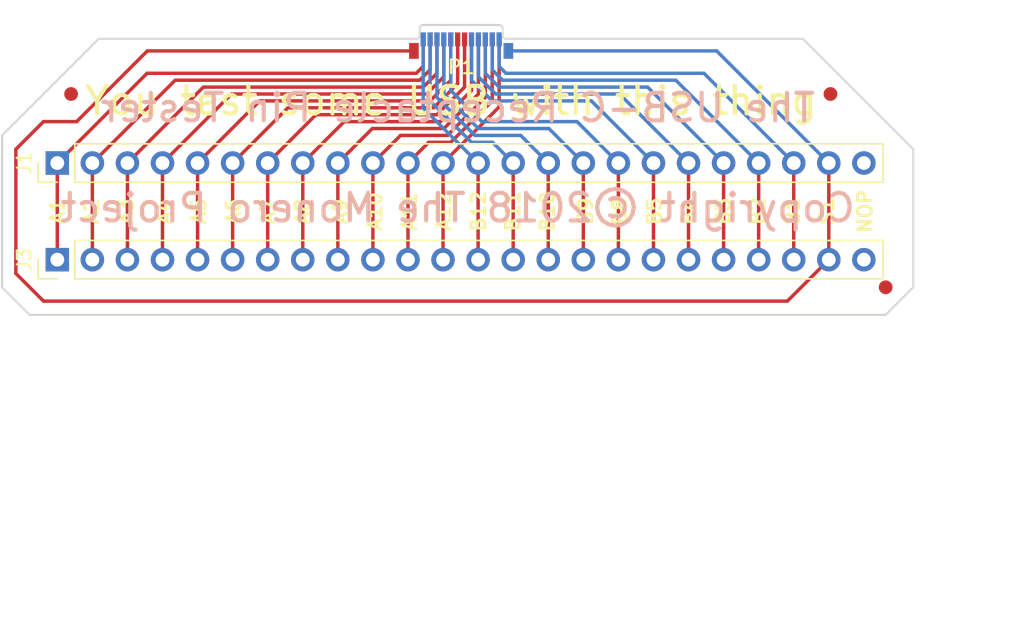
<source format=kicad_pcb>
(kicad_pcb (version 4) (host pcbnew 4.0.6+dfsg1-1)

  (general
    (links 47)
    (no_connects 0)
    (area 50.542855 77.165 154.457145 122.100001)
    (thickness 1.6)
    (drawings 50)
    (tracks 117)
    (zones 0)
    (modules 6)
    (nets 30)
  )

  (page A4)
  (title_block
    (title "USB-C Receptacle Tester")
    (date 2018-09-10)
    (rev 0.7)
    (company "The Monero Project Hardware Team")
    (comment 1 "Copyright © 2018, The Monero Project")
    (comment 2 "Enabling testing of USB-C hardware")
    (comment 3 "Pending quality assurance testing")
    (comment 4 "Warning, untested prototype!")
  )

  (layers
    (0 F.Cu signal)
    (31 B.Cu signal)
    (32 B.Adhes user)
    (33 F.Adhes user)
    (34 B.Paste user)
    (35 F.Paste user)
    (36 B.SilkS user)
    (37 F.SilkS user)
    (38 B.Mask user)
    (39 F.Mask user)
    (40 Dwgs.User user)
    (41 Cmts.User user)
    (42 Eco1.User user)
    (43 Eco2.User user)
    (44 Edge.Cuts user)
    (45 Margin user)
    (46 B.CrtYd user)
    (47 F.CrtYd user)
    (48 B.Fab user)
    (49 F.Fab user)
  )

  (setup
    (last_trace_width 0.25)
    (trace_clearance 0.1)
    (zone_clearance 0.508)
    (zone_45_only no)
    (trace_min 0.2)
    (segment_width 0.2)
    (edge_width 0.15)
    (via_size 0.6)
    (via_drill 0.4)
    (via_min_size 0.4)
    (via_min_drill 0.3)
    (uvia_size 0.3)
    (uvia_drill 0.1)
    (uvias_allowed no)
    (uvia_min_size 0.2)
    (uvia_min_drill 0.1)
    (pcb_text_width 0.3)
    (pcb_text_size 1.5 1.5)
    (mod_edge_width 0.15)
    (mod_text_size 1 1)
    (mod_text_width 0.15)
    (pad_size 1.524 1.524)
    (pad_drill 0.762)
    (pad_to_mask_clearance 0.2)
    (aux_axis_origin 0 0)
    (visible_elements FFFFFF7F)
    (pcbplotparams
      (layerselection 0x010fc_80000001)
      (usegerberextensions false)
      (excludeedgelayer true)
      (linewidth 0.100000)
      (plotframeref false)
      (viasonmask false)
      (mode 1)
      (useauxorigin false)
      (hpglpennumber 1)
      (hpglpenspeed 20)
      (hpglpendiameter 15)
      (hpglpenoverlay 2)
      (psnegative false)
      (psa4output false)
      (plotreference true)
      (plotvalue true)
      (plotinvisibletext false)
      (padsonsilk false)
      (subtractmaskfromsilk false)
      (outputformat 1)
      (mirror false)
      (drillshape 0)
      (scaleselection 1)
      (outputdirectory fabsingle))
  )

  (net 0 "")
  (net 1 GND)
  (net 2 /A1)
  (net 3 /A2)
  (net 4 /A3)
  (net 5 /A4)
  (net 6 /A5)
  (net 7 /A6)
  (net 8 /A7)
  (net 9 /A8)
  (net 10 /A9)
  (net 11 /A10)
  (net 12 /A11)
  (net 13 /A12)
  (net 14 /B1)
  (net 15 /B2)
  (net 16 /B3)
  (net 17 /B4)
  (net 18 /B5)
  (net 19 /B8)
  (net 20 /B9)
  (net 21 /B10)
  (net 22 /B11)
  (net 23 /B12)
  (net 24 /S1)
  (net 25 "Net-(J1-Pad24)")
  (net 26 "Net-(J3-Pad24)")
  (net 27 "Net-(FID1-Pad~)")
  (net 28 "Net-(FID2-Pad~)")
  (net 29 "Net-(FID3-Pad~)")

  (net_class Default "Dies ist die voreingestellte Netzklasse."
    (clearance 0.1)
    (trace_width 0.25)
    (via_dia 0.6)
    (via_drill 0.4)
    (uvia_dia 0.3)
    (uvia_drill 0.1)
    (add_net /A1)
    (add_net /A10)
    (add_net /A11)
    (add_net /A12)
    (add_net /A2)
    (add_net /A3)
    (add_net /A4)
    (add_net /A5)
    (add_net /A6)
    (add_net /A7)
    (add_net /A8)
    (add_net /A9)
    (add_net /B1)
    (add_net /B10)
    (add_net /B11)
    (add_net /B12)
    (add_net /B2)
    (add_net /B3)
    (add_net /B4)
    (add_net /B5)
    (add_net /B8)
    (add_net /B9)
    (add_net /S1)
    (add_net "Net-(FID1-Pad~)")
    (add_net "Net-(FID2-Pad~)")
    (add_net "Net-(FID3-Pad~)")
    (add_net "Net-(J1-Pad24)")
    (add_net "Net-(J3-Pad24)")
  )

  (module Monero_HW:Pin_Header_Straight_1x24_Pitch2.54mm (layer F.Cu) (tedit 5862ED52) (tstamp 5B9795E3)
    (at 72 89 90)
    (descr "Through hole straight pin header, 1x24, 2.54mm pitch, single row")
    (tags "Through hole pin header THT 1x24 2.54mm single row")
    (path /5B977BC9)
    (fp_text reference J1 (at 0 -2.39 90) (layer F.SilkS)
      (effects (font (size 1 1) (thickness 0.15)))
    )
    (fp_text value CONN_01X24 (at 0 60.81 90) (layer F.Fab)
      (effects (font (size 1 1) (thickness 0.15)))
    )
    (fp_line (start -1.27 -1.27) (end -1.27 59.69) (layer F.Fab) (width 0.1))
    (fp_line (start -1.27 59.69) (end 1.27 59.69) (layer F.Fab) (width 0.1))
    (fp_line (start 1.27 59.69) (end 1.27 -1.27) (layer F.Fab) (width 0.1))
    (fp_line (start 1.27 -1.27) (end -1.27 -1.27) (layer F.Fab) (width 0.1))
    (fp_line (start -1.39 1.27) (end -1.39 59.81) (layer F.SilkS) (width 0.12))
    (fp_line (start -1.39 59.81) (end 1.39 59.81) (layer F.SilkS) (width 0.12))
    (fp_line (start 1.39 59.81) (end 1.39 1.27) (layer F.SilkS) (width 0.12))
    (fp_line (start 1.39 1.27) (end -1.39 1.27) (layer F.SilkS) (width 0.12))
    (fp_line (start -1.39 0) (end -1.39 -1.39) (layer F.SilkS) (width 0.12))
    (fp_line (start -1.39 -1.39) (end 0 -1.39) (layer F.SilkS) (width 0.12))
    (fp_line (start -1.6 -1.6) (end -1.6 60) (layer F.CrtYd) (width 0.05))
    (fp_line (start -1.6 60) (end 1.6 60) (layer F.CrtYd) (width 0.05))
    (fp_line (start 1.6 60) (end 1.6 -1.6) (layer F.CrtYd) (width 0.05))
    (fp_line (start 1.6 -1.6) (end -1.6 -1.6) (layer F.CrtYd) (width 0.05))
    (pad 1 thru_hole rect (at 0 0 90) (size 1.7 1.7) (drill 1) (layers *.Cu *.Mask)
      (net 2 /A1))
    (pad 2 thru_hole oval (at 0 2.54 90) (size 1.7 1.7) (drill 1) (layers *.Cu *.Mask)
      (net 3 /A2))
    (pad 3 thru_hole oval (at 0 5.08 90) (size 1.7 1.7) (drill 1) (layers *.Cu *.Mask)
      (net 4 /A3))
    (pad 4 thru_hole oval (at 0 7.62 90) (size 1.7 1.7) (drill 1) (layers *.Cu *.Mask)
      (net 5 /A4))
    (pad 5 thru_hole oval (at 0 10.16 90) (size 1.7 1.7) (drill 1) (layers *.Cu *.Mask)
      (net 6 /A5))
    (pad 6 thru_hole oval (at 0 12.7 90) (size 1.7 1.7) (drill 1) (layers *.Cu *.Mask)
      (net 7 /A6))
    (pad 7 thru_hole oval (at 0 15.24 90) (size 1.7 1.7) (drill 1) (layers *.Cu *.Mask)
      (net 8 /A7))
    (pad 8 thru_hole oval (at 0 17.78 90) (size 1.7 1.7) (drill 1) (layers *.Cu *.Mask)
      (net 9 /A8))
    (pad 9 thru_hole oval (at 0 20.32 90) (size 1.7 1.7) (drill 1) (layers *.Cu *.Mask)
      (net 10 /A9))
    (pad 10 thru_hole oval (at 0 22.86 90) (size 1.7 1.7) (drill 1) (layers *.Cu *.Mask)
      (net 11 /A10))
    (pad 11 thru_hole oval (at 0 25.4 90) (size 1.7 1.7) (drill 1) (layers *.Cu *.Mask)
      (net 12 /A11))
    (pad 12 thru_hole oval (at 0 27.94 90) (size 1.7 1.7) (drill 1) (layers *.Cu *.Mask)
      (net 13 /A12))
    (pad 13 thru_hole oval (at 0 30.48 90) (size 1.7 1.7) (drill 1) (layers *.Cu *.Mask)
      (net 23 /B12))
    (pad 14 thru_hole oval (at 0 33.02 90) (size 1.7 1.7) (drill 1) (layers *.Cu *.Mask)
      (net 22 /B11))
    (pad 15 thru_hole oval (at 0 35.56 90) (size 1.7 1.7) (drill 1) (layers *.Cu *.Mask)
      (net 21 /B10))
    (pad 16 thru_hole oval (at 0 38.1 90) (size 1.7 1.7) (drill 1) (layers *.Cu *.Mask)
      (net 20 /B9))
    (pad 17 thru_hole oval (at 0 40.64 90) (size 1.7 1.7) (drill 1) (layers *.Cu *.Mask)
      (net 19 /B8))
    (pad 18 thru_hole oval (at 0 43.18 90) (size 1.7 1.7) (drill 1) (layers *.Cu *.Mask)
      (net 18 /B5))
    (pad 19 thru_hole oval (at 0 45.72 90) (size 1.7 1.7) (drill 1) (layers *.Cu *.Mask)
      (net 17 /B4))
    (pad 20 thru_hole oval (at 0 48.26 90) (size 1.7 1.7) (drill 1) (layers *.Cu *.Mask)
      (net 16 /B3))
    (pad 21 thru_hole oval (at 0 50.8 90) (size 1.7 1.7) (drill 1) (layers *.Cu *.Mask)
      (net 15 /B2))
    (pad 22 thru_hole oval (at 0 53.34 90) (size 1.7 1.7) (drill 1) (layers *.Cu *.Mask)
      (net 14 /B1))
    (pad 23 thru_hole oval (at 0 55.88 90) (size 1.7 1.7) (drill 1) (layers *.Cu *.Mask)
      (net 24 /S1))
    (pad 24 thru_hole oval (at 0 58.42 90) (size 1.7 1.7) (drill 1) (layers *.Cu *.Mask)
      (net 25 "Net-(J1-Pad24)"))
    (model ${KISYS3DMOD}/Pin_Headers.3dshapes/Pin_Header_Straight_1x24_Pitch2.54mm.wrl
      (at (xyz 0 -1.15 0))
      (scale (xyz 1 1 1))
      (rotate (xyz 0 0 90))
    )
  )

  (module Monero_HW:Pin_Header_Straight_1x24_Pitch2.54mm (layer F.Cu) (tedit 5862ED52) (tstamp 5B97961B)
    (at 72 96 90)
    (descr "Through hole straight pin header, 1x24, 2.54mm pitch, single row")
    (tags "Through hole pin header THT 1x24 2.54mm single row")
    (path /5B977F50)
    (fp_text reference J3 (at 0 -2.39 90) (layer F.SilkS)
      (effects (font (size 1 1) (thickness 0.15)))
    )
    (fp_text value CONN_01X24 (at 0 60.81 90) (layer F.Fab)
      (effects (font (size 1 1) (thickness 0.15)))
    )
    (fp_line (start -1.27 -1.27) (end -1.27 59.69) (layer F.Fab) (width 0.1))
    (fp_line (start -1.27 59.69) (end 1.27 59.69) (layer F.Fab) (width 0.1))
    (fp_line (start 1.27 59.69) (end 1.27 -1.27) (layer F.Fab) (width 0.1))
    (fp_line (start 1.27 -1.27) (end -1.27 -1.27) (layer F.Fab) (width 0.1))
    (fp_line (start -1.39 1.27) (end -1.39 59.81) (layer F.SilkS) (width 0.12))
    (fp_line (start -1.39 59.81) (end 1.39 59.81) (layer F.SilkS) (width 0.12))
    (fp_line (start 1.39 59.81) (end 1.39 1.27) (layer F.SilkS) (width 0.12))
    (fp_line (start 1.39 1.27) (end -1.39 1.27) (layer F.SilkS) (width 0.12))
    (fp_line (start -1.39 0) (end -1.39 -1.39) (layer F.SilkS) (width 0.12))
    (fp_line (start -1.39 -1.39) (end 0 -1.39) (layer F.SilkS) (width 0.12))
    (fp_line (start -1.6 -1.6) (end -1.6 60) (layer F.CrtYd) (width 0.05))
    (fp_line (start -1.6 60) (end 1.6 60) (layer F.CrtYd) (width 0.05))
    (fp_line (start 1.6 60) (end 1.6 -1.6) (layer F.CrtYd) (width 0.05))
    (fp_line (start 1.6 -1.6) (end -1.6 -1.6) (layer F.CrtYd) (width 0.05))
    (pad 1 thru_hole rect (at 0 0 90) (size 1.7 1.7) (drill 1) (layers *.Cu *.Mask)
      (net 2 /A1))
    (pad 2 thru_hole oval (at 0 2.54 90) (size 1.7 1.7) (drill 1) (layers *.Cu *.Mask)
      (net 3 /A2))
    (pad 3 thru_hole oval (at 0 5.08 90) (size 1.7 1.7) (drill 1) (layers *.Cu *.Mask)
      (net 4 /A3))
    (pad 4 thru_hole oval (at 0 7.62 90) (size 1.7 1.7) (drill 1) (layers *.Cu *.Mask)
      (net 5 /A4))
    (pad 5 thru_hole oval (at 0 10.16 90) (size 1.7 1.7) (drill 1) (layers *.Cu *.Mask)
      (net 6 /A5))
    (pad 6 thru_hole oval (at 0 12.7 90) (size 1.7 1.7) (drill 1) (layers *.Cu *.Mask)
      (net 7 /A6))
    (pad 7 thru_hole oval (at 0 15.24 90) (size 1.7 1.7) (drill 1) (layers *.Cu *.Mask)
      (net 8 /A7))
    (pad 8 thru_hole oval (at 0 17.78 90) (size 1.7 1.7) (drill 1) (layers *.Cu *.Mask)
      (net 9 /A8))
    (pad 9 thru_hole oval (at 0 20.32 90) (size 1.7 1.7) (drill 1) (layers *.Cu *.Mask)
      (net 10 /A9))
    (pad 10 thru_hole oval (at 0 22.86 90) (size 1.7 1.7) (drill 1) (layers *.Cu *.Mask)
      (net 11 /A10))
    (pad 11 thru_hole oval (at 0 25.4 90) (size 1.7 1.7) (drill 1) (layers *.Cu *.Mask)
      (net 12 /A11))
    (pad 12 thru_hole oval (at 0 27.94 90) (size 1.7 1.7) (drill 1) (layers *.Cu *.Mask)
      (net 13 /A12))
    (pad 13 thru_hole oval (at 0 30.48 90) (size 1.7 1.7) (drill 1) (layers *.Cu *.Mask)
      (net 23 /B12))
    (pad 14 thru_hole oval (at 0 33.02 90) (size 1.7 1.7) (drill 1) (layers *.Cu *.Mask)
      (net 22 /B11))
    (pad 15 thru_hole oval (at 0 35.56 90) (size 1.7 1.7) (drill 1) (layers *.Cu *.Mask)
      (net 21 /B10))
    (pad 16 thru_hole oval (at 0 38.1 90) (size 1.7 1.7) (drill 1) (layers *.Cu *.Mask)
      (net 20 /B9))
    (pad 17 thru_hole oval (at 0 40.64 90) (size 1.7 1.7) (drill 1) (layers *.Cu *.Mask)
      (net 19 /B8))
    (pad 18 thru_hole oval (at 0 43.18 90) (size 1.7 1.7) (drill 1) (layers *.Cu *.Mask)
      (net 18 /B5))
    (pad 19 thru_hole oval (at 0 45.72 90) (size 1.7 1.7) (drill 1) (layers *.Cu *.Mask)
      (net 17 /B4))
    (pad 20 thru_hole oval (at 0 48.26 90) (size 1.7 1.7) (drill 1) (layers *.Cu *.Mask)
      (net 16 /B3))
    (pad 21 thru_hole oval (at 0 50.8 90) (size 1.7 1.7) (drill 1) (layers *.Cu *.Mask)
      (net 15 /B2))
    (pad 22 thru_hole oval (at 0 53.34 90) (size 1.7 1.7) (drill 1) (layers *.Cu *.Mask)
      (net 14 /B1))
    (pad 23 thru_hole oval (at 0 55.88 90) (size 1.7 1.7) (drill 1) (layers *.Cu *.Mask)
      (net 24 /S1))
    (pad 24 thru_hole oval (at 0 58.42 90) (size 1.7 1.7) (drill 1) (layers *.Cu *.Mask)
      (net 26 "Net-(J3-Pad24)"))
  )

  (module Monero_HW:USB_C_Plug_Molex_105444 (layer F.Cu) (tedit 59237922) (tstamp 5B979637)
    (at 101.25 80)
    (descr "Universal Serial Bus (USB) Shielded I/O Plug, Type C, Right Angle, Surface Mount, http://www.molex.com/pdm_docs/sd/1054440001_sd.pdf")
    (tags "USB Type-C Plug Edge Mount")
    (path /5B9774E2)
    (attr smd)
    (fp_text reference P1 (at 0 2.04) (layer F.SilkS)
      (effects (font (size 1 1) (thickness 0.15)))
    )
    (fp_text value USB_C_Plug (at 0 -1.96) (layer F.Fab)
      (effects (font (size 1 1) (thickness 0.15)))
    )
    (fp_text user %R (at 0 2.04) (layer F.Fab)
      (effects (font (size 1 1) (thickness 0.1)))
    )
    (fp_line (start -4.3 1.96) (end -4.3 -1.46) (layer F.CrtYd) (width 0.05))
    (fp_text user "PCB Edge" (at 0 -0.96) (layer Dwgs.User)
      (effects (font (size 0.5 0.5) (thickness 0.08)))
    )
    (fp_line (start 3.35 0) (end 4.3 0) (layer F.Fab) (width 0.1))
    (fp_line (start 3.05 -0.66) (end 3.05 -0.3) (layer F.Fab) (width 0.1))
    (fp_arc (start 2.75 -0.66) (end 2.75 -0.96) (angle 90) (layer F.Fab) (width 0.1))
    (fp_line (start -2.75 -0.96) (end 2.75 -0.96) (layer F.Fab) (width 0.1))
    (fp_arc (start -2.75 -0.66) (end -3.05 -0.66) (angle 90) (layer F.Fab) (width 0.1))
    (fp_arc (start 3.35 -0.3) (end 3.35 0) (angle 90) (layer F.Fab) (width 0.1))
    (fp_line (start -3.05 -0.66) (end -3.05 -0.3) (layer F.Fab) (width 0.1))
    (fp_arc (start -3.35 -0.3) (end -3.05 -0.3) (angle 90) (layer F.Fab) (width 0.1))
    (fp_line (start -3.35 0) (end -4.3 0) (layer F.Fab) (width 0.1))
    (fp_line (start 4.3 1.96) (end 4.3 -1.46) (layer F.CrtYd) (width 0.05))
    (fp_line (start 4.3 -1.46) (end -4.3 -1.46) (layer F.CrtYd) (width 0.05))
    (fp_line (start 4.3 1.96) (end -4.3 1.96) (layer F.CrtYd) (width 0.05))
    (pad A1 smd rect (at -2.75 0.04) (size 0.38 1) (layers F.Cu F.Paste F.Mask)
      (net 2 /A1))
    (pad A2 smd rect (at -2.25 0.04) (size 0.38 1) (layers F.Cu F.Paste F.Mask)
      (net 3 /A2))
    (pad A3 smd rect (at -1.75 0.04) (size 0.38 1) (layers F.Cu F.Paste F.Mask)
      (net 4 /A3))
    (pad A4 smd rect (at -1.25 0.04) (size 0.38 1) (layers F.Cu F.Paste F.Mask)
      (net 5 /A4))
    (pad A5 smd rect (at -0.75 0.04) (size 0.38 1) (layers F.Cu F.Paste F.Mask)
      (net 6 /A5))
    (pad A6 smd rect (at -0.25 0.04) (size 0.38 1) (layers F.Cu F.Paste F.Mask)
      (net 7 /A6))
    (pad A7 smd rect (at 0.25 0.04) (size 0.38 1) (layers F.Cu F.Paste F.Mask)
      (net 8 /A7))
    (pad A8 smd rect (at 0.75 0.04) (size 0.38 1) (layers F.Cu F.Paste F.Mask)
      (net 9 /A8))
    (pad A9 smd rect (at 1.25 0.04) (size 0.38 1) (layers F.Cu F.Paste F.Mask)
      (net 10 /A9))
    (pad A10 smd rect (at 1.75 0.04) (size 0.38 1) (layers F.Cu F.Paste F.Mask)
      (net 11 /A10))
    (pad A11 smd rect (at 2.25 0.04) (size 0.38 1) (layers F.Cu F.Paste F.Mask)
      (net 12 /A11))
    (pad A12 smd rect (at 2.75 0.04) (size 0.38 1) (layers F.Cu F.Paste F.Mask)
      (net 13 /A12))
    (pad S1 smd rect (at -3.42 0.88) (size 0.7 1.15) (layers F.Cu F.Paste F.Mask)
      (net 24 /S1))
    (pad S1 smd rect (at 3.42 0.88) (size 0.7 1.15) (layers B.Cu B.Paste B.Mask)
      (net 24 /S1))
    (pad B1 smd rect (at 2.75 0.04) (size 0.38 1) (layers B.Cu B.Paste B.Mask)
      (net 14 /B1))
    (pad B2 smd rect (at 2.25 0.04) (size 0.38 1) (layers B.Cu B.Paste B.Mask)
      (net 15 /B2))
    (pad B3 smd rect (at 1.75 0.04) (size 0.38 1) (layers B.Cu B.Paste B.Mask)
      (net 16 /B3))
    (pad B4 smd rect (at 1.25 0.04) (size 0.38 1) (layers B.Cu B.Paste B.Mask)
      (net 17 /B4))
    (pad B5 smd rect (at 0.75 0.04) (size 0.38 1) (layers B.Cu B.Paste B.Mask)
      (net 18 /B5))
    (pad B8 smd rect (at -0.75 0.04) (size 0.38 1) (layers B.Cu B.Paste B.Mask)
      (net 19 /B8))
    (pad B9 smd rect (at -1.25 0.04) (size 0.38 1) (layers B.Cu B.Paste B.Mask)
      (net 20 /B9))
    (pad B10 smd rect (at -1.75 0.04) (size 0.38 1) (layers B.Cu B.Paste B.Mask)
      (net 21 /B10))
    (pad B11 smd rect (at -2.25 0.04) (size 0.38 1) (layers B.Cu B.Paste B.Mask)
      (net 22 /B11))
    (pad B12 smd rect (at -2.75 0.04) (size 0.38 1) (layers B.Cu B.Paste B.Mask)
      (net 23 /B12))
    (model ${KISYS3DMOD}/Connectors_USB.3dshapes/USB_C_Plug_Molex_105444.wrl
      (at (xyz 0 0 0))
      (scale (xyz 1 1 1))
      (rotate (xyz 0 0 0))
    )
  )

  (module Monero_HW:Fiducial_1mm_Dia_2mm_Outer (layer F.Cu) (tedit 5B97FD5E) (tstamp 5B97AD8A)
    (at 73 84)
    (descr "Circular Fiducial, 1mm bare copper; 2mm keepout (Level A)")
    (tags marker)
    (path /5B97AC9A)
    (attr virtual)
    (fp_text reference FID1 (at 3 0) (layer F.SilkS) hide
      (effects (font (size 1 1) (thickness 0.15)))
    )
    (fp_text value Dummy_FIDUCIAL_Passermarke_Type1_RevE_Date16Nov2011 (at 0 2) (layer F.Fab) hide
      (effects (font (size 1 1) (thickness 0.15)))
    )
    (fp_circle (center 0 0) (end 1 0) (layer F.Fab) (width 0.1))
    (fp_text user %R (at 0 0) (layer F.Fab)
      (effects (font (size 0.4 0.4) (thickness 0.06)))
    )
    (fp_circle (center 0 0) (end 1.25 0) (layer F.CrtYd) (width 0.05))
    (pad ~ smd circle (at 0 0) (size 1 1) (layers F.Cu F.Mask)
      (net 27 "Net-(FID1-Pad~)") (solder_mask_margin 0.5) (clearance 0.5))
  )

  (module Monero_HW:Fiducial_1mm_Dia_2mm_Outer (layer F.Cu) (tedit 5B97FD61) (tstamp 5B97AD8F)
    (at 128 84)
    (descr "Circular Fiducial, 1mm bare copper; 2mm keepout (Level A)")
    (tags marker)
    (path /5B97ACF9)
    (attr virtual)
    (fp_text reference FID2 (at -3 0) (layer F.SilkS) hide
      (effects (font (size 1 1) (thickness 0.15)))
    )
    (fp_text value Dummy_FIDUCIAL_Passermarke_Type1_RevE_Date16Nov2011 (at 0 2) (layer F.Fab) hide
      (effects (font (size 1 1) (thickness 0.15)))
    )
    (fp_circle (center 0 0) (end 1 0) (layer F.Fab) (width 0.1))
    (fp_text user %R (at 0 0) (layer F.Fab)
      (effects (font (size 0.4 0.4) (thickness 0.06)))
    )
    (fp_circle (center 0 0) (end 1.25 0) (layer F.CrtYd) (width 0.05))
    (pad ~ smd circle (at 0 0) (size 1 1) (layers F.Cu F.Mask)
      (net 28 "Net-(FID2-Pad~)") (solder_mask_margin 0.5) (clearance 0.5))
  )

  (module Monero_HW:Fiducial_1mm_Dia_2mm_Outer (layer F.Cu) (tedit 5B97FD64) (tstamp 5B97AD94)
    (at 132 98)
    (descr "Circular Fiducial, 1mm bare copper; 2mm keepout (Level A)")
    (tags marker)
    (path /5B97AD6A)
    (attr virtual)
    (fp_text reference FID3 (at -3 0.5) (layer F.SilkS) hide
      (effects (font (size 1 1) (thickness 0.15)))
    )
    (fp_text value Dummy_FIDUCIAL_Passermarke_Type1_RevE_Date16Nov2011 (at 0 2) (layer F.Fab) hide
      (effects (font (size 1 1) (thickness 0.15)))
    )
    (fp_circle (center 0 0) (end 1 0) (layer F.Fab) (width 0.1))
    (fp_text user %R (at 0 0) (layer F.Fab)
      (effects (font (size 0.4 0.4) (thickness 0.06)))
    )
    (fp_circle (center 0 0) (end 1.25 0) (layer F.CrtYd) (width 0.05))
    (pad ~ smd circle (at 0 0) (size 1 1) (layers F.Cu F.Mask)
      (net 29 "Net-(FID3-Pad~)") (solder_mask_margin 0.5) (clearance 0.5))
  )

  (gr_line (start 134 110) (end 68 110) (angle 90) (layer Dwgs.User) (width 0.2))
  (gr_line (start 134 122) (end 134 110) (angle 90) (layer Dwgs.User) (width 0.2))
  (gr_line (start 68 122) (end 134 122) (angle 90) (layer Dwgs.User) (width 0.2))
  (gr_line (start 68 110) (end 68 122) (angle 90) (layer Dwgs.User) (width 0.2))
  (gr_text "Board substrate thickness must be ,8 mm to\naccomodate Molex USB-C plug part 105444." (at 101 116) (layer Dwgs.User)
    (effects (font (size 2 1.75) (thickness 0.3)))
  )
  (dimension 20 (width 0.3) (layer Dwgs.User)
    (gr_text "20,000 mm" (at 139.35 90 90) (layer Dwgs.User)
      (effects (font (size 1.5 1.5) (thickness 0.3)))
    )
    (feature1 (pts (xy 135 80) (xy 140.7 80)))
    (feature2 (pts (xy 135 100) (xy 140.7 100)))
    (crossbar (pts (xy 138 100) (xy 138 80)))
    (arrow1a (pts (xy 138 80) (xy 138.586421 81.126504)))
    (arrow1b (pts (xy 138 80) (xy 137.413579 81.126504)))
    (arrow2a (pts (xy 138 100) (xy 138.586421 98.873496)))
    (arrow2b (pts (xy 138 100) (xy 137.413579 98.873496)))
  )
  (dimension 66 (width 0.3) (layer Dwgs.User)
    (gr_text "66,000 mm" (at 101 105.35) (layer Dwgs.User)
      (effects (font (size 1.5 1.5) (thickness 0.3)))
    )
    (feature1 (pts (xy 134 101) (xy 134 106.7)))
    (feature2 (pts (xy 68 101) (xy 68 106.7)))
    (crossbar (pts (xy 68 104) (xy 134 104)))
    (arrow1a (pts (xy 134 104) (xy 132.873496 104.586421)))
    (arrow1b (pts (xy 134 104) (xy 132.873496 103.413579)))
    (arrow2a (pts (xy 68 104) (xy 69.126504 104.586421)))
    (arrow2b (pts (xy 68 104) (xy 69.126504 103.413579)))
  )
  (gr_text "The USB-C Receptacle Pin Tester" (at 101 85) (layer B.SilkS)
    (effects (font (size 2 2) (thickness 0.3)) (justify mirror))
  )
  (gr_text "Copyright ©2018 The Monero Project" (at 101 92.25) (layer B.SilkS)
    (effects (font (size 2 2) (thickness 0.3)) (justify mirror))
  )
  (gr_text "You test some USB with this thing" (at 100.5 84.5) (layer F.SilkS)
    (effects (font (size 2 2) (thickness 0.3)))
  )
  (gr_text NOP (at 130.5 92.5 90) (layer F.SilkS)
    (effects (font (size 1 1) (thickness 0.2)))
  )
  (gr_text S1 (at 127.75 92.5 90) (layer F.SilkS)
    (effects (font (size 1 1) (thickness 0.2)))
  )
  (gr_text B1 (at 125.25 92.5 90) (layer F.SilkS)
    (effects (font (size 1 1) (thickness 0.2)))
  )
  (gr_text B2 (at 122.75 92.5 90) (layer F.SilkS)
    (effects (font (size 1 1) (thickness 0.2)))
  )
  (gr_text B3 (at 120.25 92.5 90) (layer F.SilkS)
    (effects (font (size 1 1) (thickness 0.2)))
  )
  (gr_text B4 (at 117.75 92.5 90) (layer F.SilkS)
    (effects (font (size 1 1) (thickness 0.2)))
  )
  (gr_text B5 (at 115.25 92.5 90) (layer F.SilkS)
    (effects (font (size 1 1) (thickness 0.2)))
  )
  (gr_text B8 (at 112.75 92.5 90) (layer F.SilkS)
    (effects (font (size 1 1) (thickness 0.2)))
  )
  (gr_text B9 (at 110.25 92.5 90) (layer F.SilkS)
    (effects (font (size 1 1) (thickness 0.2)))
  )
  (gr_text B10 (at 107.5 92.5 90) (layer F.SilkS)
    (effects (font (size 1 1) (thickness 0.2)))
  )
  (gr_text B11 (at 105 92.5 90) (layer F.SilkS)
    (effects (font (size 1 1) (thickness 0.2)))
  )
  (gr_text B12 (at 102.5 92.5 90) (layer F.SilkS)
    (effects (font (size 1 1) (thickness 0.2)))
  )
  (gr_text A12 (at 100 92.5 90) (layer F.SilkS)
    (effects (font (size 1 1) (thickness 0.2)))
  )
  (gr_text A11 (at 97.5 92.5 90) (layer F.SilkS)
    (effects (font (size 1 1) (thickness 0.2)))
  )
  (gr_text A10 (at 95 92.5 90) (layer F.SilkS)
    (effects (font (size 1 1) (thickness 0.2)))
  )
  (gr_text A9 (at 92.5 92.5 90) (layer F.SilkS)
    (effects (font (size 1 1) (thickness 0.2)))
  )
  (gr_text A8 (at 89.75 92.5 90) (layer F.SilkS)
    (effects (font (size 1 1) (thickness 0.2)))
  )
  (gr_text A7 (at 87.25 92.5 90) (layer F.SilkS)
    (effects (font (size 1 1) (thickness 0.2)))
  )
  (gr_text A6 (at 84.75 92.5 90) (layer F.SilkS)
    (effects (font (size 1 1) (thickness 0.2)))
  )
  (gr_text A5 (at 82.25 92.5 90) (layer F.SilkS)
    (effects (font (size 1 1) (thickness 0.2)))
  )
  (gr_text A4 (at 79.75 92.5 90) (layer F.SilkS)
    (effects (font (size 1 1) (thickness 0.2)))
  )
  (gr_text A3 (at 77 92.5 90) (layer F.SilkS)
    (effects (font (size 1 1) (thickness 0.2)))
  )
  (gr_text A2 (at 74.5 92.5 90) (layer F.SilkS)
    (effects (font (size 1 1) (thickness 0.2)))
  )
  (gr_text A1 (at 72 92.5 90) (layer F.SilkS)
    (effects (font (size 1 1) (thickness 0.2)))
  )
  (gr_line (start 126 80) (end 104.5 80) (angle 90) (layer Edge.Cuts) (width 0.15))
  (gr_line (start 104.25 79.25) (end 104.25 79.75) (angle 90) (layer Edge.Cuts) (width 0.15))
  (gr_line (start 98.5 79) (end 104 79) (angle 90) (layer Edge.Cuts) (width 0.15))
  (gr_line (start 98.25 79.75) (end 98.25 79.25) (angle 90) (layer Edge.Cuts) (width 0.15))
  (gr_line (start 75 80) (end 98 80) (angle 90) (layer Edge.Cuts) (width 0.15))
  (gr_arc (start 104.5 79.75) (end 104.5 80) (angle 90) (layer Edge.Cuts) (width 0.15))
  (gr_arc (start 98 79.75) (end 98.25 79.75) (angle 90) (layer Edge.Cuts) (width 0.15))
  (gr_arc (start 104 79.25) (end 104 79) (angle 90) (layer Edge.Cuts) (width 0.15))
  (gr_arc (start 98.5 79.25) (end 98.25 79.25) (angle 90) (layer Edge.Cuts) (width 0.15))
  (gr_line (start 68 87) (end 75 80) (angle 90) (layer Edge.Cuts) (width 0.15))
  (gr_line (start 68 98) (end 68 87) (angle 90) (layer Edge.Cuts) (width 0.15))
  (gr_line (start 134 88) (end 126 80) (angle 90) (layer Edge.Cuts) (width 0.15))
  (gr_line (start 134 98) (end 134 88) (angle 90) (layer Edge.Cuts) (width 0.15))
  (gr_line (start 132 100) (end 134 98) (angle 90) (layer Edge.Cuts) (width 0.15))
  (gr_line (start 70 100) (end 132 100) (angle 90) (layer Edge.Cuts) (width 0.15))
  (gr_line (start 68 98) (end 70 100) (angle 90) (layer Edge.Cuts) (width 0.15))

  (segment (start 98.5 80.04) (end 98.5 82) (width 0.25) (layer F.Cu) (net 2))
  (segment (start 78.5 82.5) (end 72 89) (width 0.25) (layer F.Cu) (net 2) (tstamp 5B979EE9))
  (segment (start 98 82.5) (end 78.5 82.5) (width 0.25) (layer F.Cu) (net 2) (tstamp 5B979EE4))
  (segment (start 98.5 82) (end 98 82.5) (width 0.25) (layer F.Cu) (net 2) (tstamp 5B979EDD))
  (segment (start 72 96) (end 72 89) (width 0.25) (layer F.Cu) (net 2))
  (segment (start 99 80.04) (end 99 82.25) (width 0.25) (layer F.Cu) (net 3))
  (segment (start 80.54 83) (end 74.54 89) (width 0.25) (layer F.Cu) (net 3) (tstamp 5B979F10))
  (segment (start 98.25 83) (end 80.54 83) (width 0.25) (layer F.Cu) (net 3) (tstamp 5B979F00))
  (segment (start 99 82.25) (end 98.25 83) (width 0.25) (layer F.Cu) (net 3) (tstamp 5B979EFA))
  (segment (start 74.54 96) (end 74.54 89) (width 0.25) (layer F.Cu) (net 3))
  (segment (start 99.5 80.04) (end 99.5 82.5) (width 0.25) (layer F.Cu) (net 4))
  (segment (start 82.58 83.5) (end 77.08 89) (width 0.25) (layer F.Cu) (net 4) (tstamp 5B979F2F))
  (segment (start 98.5 83.5) (end 82.58 83.5) (width 0.25) (layer F.Cu) (net 4) (tstamp 5B979F22))
  (segment (start 99.5 82.5) (end 98.5 83.5) (width 0.25) (layer F.Cu) (net 4) (tstamp 5B979F1D))
  (segment (start 77.08 96) (end 77.08 89) (width 0.25) (layer F.Cu) (net 4))
  (segment (start 100 80.04) (end 100 82.75) (width 0.25) (layer F.Cu) (net 5))
  (segment (start 84.62 84) (end 79.62 89) (width 0.25) (layer F.Cu) (net 5) (tstamp 5B979F45))
  (segment (start 98.75 84) (end 84.62 84) (width 0.25) (layer F.Cu) (net 5) (tstamp 5B979F3A))
  (segment (start 100 82.75) (end 98.75 84) (width 0.25) (layer F.Cu) (net 5) (tstamp 5B979F35))
  (segment (start 79.62 96) (end 79.62 89) (width 0.25) (layer F.Cu) (net 5))
  (segment (start 100.5 80.04) (end 100.5 83) (width 0.25) (layer F.Cu) (net 6))
  (segment (start 86.66 84.5) (end 82.16 89) (width 0.25) (layer F.Cu) (net 6) (tstamp 5B979F84))
  (segment (start 99 84.5) (end 86.66 84.5) (width 0.25) (layer F.Cu) (net 6) (tstamp 5B979F71))
  (segment (start 100.5 83) (end 99 84.5) (width 0.25) (layer F.Cu) (net 6) (tstamp 5B979F6A))
  (segment (start 82.16 96) (end 82.16 89) (width 0.25) (layer F.Cu) (net 6))
  (segment (start 101 80.04) (end 101 83.25) (width 0.25) (layer F.Cu) (net 7))
  (segment (start 88.7 85) (end 84.7 89) (width 0.25) (layer F.Cu) (net 7) (tstamp 5B979F9A))
  (segment (start 99.25 85) (end 88.7 85) (width 0.25) (layer F.Cu) (net 7) (tstamp 5B979F92))
  (segment (start 101 83.25) (end 99.25 85) (width 0.25) (layer F.Cu) (net 7) (tstamp 5B979F8B))
  (segment (start 84.7 96) (end 84.7 89) (width 0.25) (layer F.Cu) (net 7))
  (segment (start 101.5 80.04) (end 101.5 83.5) (width 0.25) (layer F.Cu) (net 8))
  (segment (start 90.74 85.5) (end 87.24 89) (width 0.25) (layer F.Cu) (net 8) (tstamp 5B979FAF))
  (segment (start 99.5 85.5) (end 90.74 85.5) (width 0.25) (layer F.Cu) (net 8) (tstamp 5B979FAC))
  (segment (start 101.5 83.5) (end 99.5 85.5) (width 0.25) (layer F.Cu) (net 8) (tstamp 5B979FA5))
  (segment (start 87.24 96) (end 87.24 89) (width 0.25) (layer F.Cu) (net 8))
  (segment (start 102 80.04) (end 102 83.75) (width 0.25) (layer F.Cu) (net 9))
  (segment (start 92.78 86) (end 89.78 89) (width 0.25) (layer F.Cu) (net 9) (tstamp 5B979FBB))
  (segment (start 99.75 86) (end 92.78 86) (width 0.25) (layer F.Cu) (net 9) (tstamp 5B979FB9))
  (segment (start 102 83.75) (end 99.75 86) (width 0.25) (layer F.Cu) (net 9) (tstamp 5B979FB4))
  (segment (start 89.78 96) (end 89.78 89) (width 0.25) (layer F.Cu) (net 9))
  (segment (start 102.5 80.04) (end 102.5 84) (width 0.25) (layer F.Cu) (net 10))
  (segment (start 94.82 86.5) (end 92.32 89) (width 0.25) (layer F.Cu) (net 10) (tstamp 5B979FC5))
  (segment (start 100 86.5) (end 94.82 86.5) (width 0.25) (layer F.Cu) (net 10) (tstamp 5B979FC3))
  (segment (start 102.5 84) (end 100 86.5) (width 0.25) (layer F.Cu) (net 10) (tstamp 5B979FBF))
  (segment (start 92.32 96) (end 92.32 89) (width 0.25) (layer F.Cu) (net 10))
  (segment (start 103 80.04) (end 103 84.25) (width 0.25) (layer F.Cu) (net 11))
  (segment (start 96.86 87) (end 94.86 89) (width 0.25) (layer F.Cu) (net 11) (tstamp 5B979FCF))
  (segment (start 100.25 87) (end 96.86 87) (width 0.25) (layer F.Cu) (net 11) (tstamp 5B979FCD))
  (segment (start 103 84.25) (end 100.25 87) (width 0.25) (layer F.Cu) (net 11) (tstamp 5B979FC9))
  (segment (start 94.86 96) (end 94.86 89) (width 0.25) (layer F.Cu) (net 11))
  (segment (start 103.5 80.04) (end 103.5 84.5) (width 0.25) (layer F.Cu) (net 12))
  (segment (start 98.9 87.5) (end 97.4 89) (width 0.25) (layer F.Cu) (net 12) (tstamp 5B979FD9))
  (segment (start 100.5 87.5) (end 98.9 87.5) (width 0.25) (layer F.Cu) (net 12) (tstamp 5B979FD6))
  (segment (start 103.5 84.5) (end 100.5 87.5) (width 0.25) (layer F.Cu) (net 12) (tstamp 5B979FD3))
  (segment (start 97.4 96) (end 97.4 89) (width 0.25) (layer F.Cu) (net 12))
  (segment (start 104 80.04) (end 104 84.94) (width 0.25) (layer F.Cu) (net 13))
  (segment (start 104 84.94) (end 99.94 89) (width 0.25) (layer F.Cu) (net 13) (tstamp 5B979FDD))
  (segment (start 99.94 96) (end 99.94 89) (width 0.25) (layer F.Cu) (net 13))
  (segment (start 104 80.04) (end 104 82) (width 0.25) (layer B.Cu) (net 14))
  (segment (start 118.84 82.5) (end 125.34 89) (width 0.25) (layer B.Cu) (net 14) (tstamp 5B97A25A))
  (segment (start 104.5 82.5) (end 118.84 82.5) (width 0.25) (layer B.Cu) (net 14) (tstamp 5B97A24E))
  (segment (start 104 82) (end 104.5 82.5) (width 0.25) (layer B.Cu) (net 14) (tstamp 5B97A23D))
  (segment (start 125.34 96) (end 125.34 89) (width 0.25) (layer F.Cu) (net 14))
  (segment (start 103.5 80.04) (end 103.5 82.25) (width 0.25) (layer B.Cu) (net 15))
  (segment (start 116.8 83) (end 122.8 89) (width 0.25) (layer B.Cu) (net 15) (tstamp 5B97A302))
  (segment (start 104.25 83) (end 116.8 83) (width 0.25) (layer B.Cu) (net 15) (tstamp 5B97A2F8))
  (segment (start 103.5 82.25) (end 104.25 83) (width 0.25) (layer B.Cu) (net 15) (tstamp 5B97A2EF))
  (segment (start 122.8 96) (end 122.8 89) (width 0.25) (layer F.Cu) (net 15))
  (segment (start 103 80.04) (end 103 82.5) (width 0.25) (layer B.Cu) (net 16))
  (segment (start 114.76 83.5) (end 120.26 89) (width 0.25) (layer B.Cu) (net 16) (tstamp 5B97A314))
  (segment (start 104 83.5) (end 114.76 83.5) (width 0.25) (layer B.Cu) (net 16) (tstamp 5B97A310))
  (segment (start 103 82.5) (end 104 83.5) (width 0.25) (layer B.Cu) (net 16) (tstamp 5B97A30A))
  (segment (start 120.26 96) (end 120.26 89) (width 0.25) (layer F.Cu) (net 16))
  (segment (start 102.5 80.04) (end 102.5 82.75) (width 0.25) (layer B.Cu) (net 17))
  (segment (start 112.72 84) (end 117.72 89) (width 0.25) (layer B.Cu) (net 17) (tstamp 5B97A323))
  (segment (start 103.75 84) (end 112.72 84) (width 0.25) (layer B.Cu) (net 17) (tstamp 5B97A31F))
  (segment (start 102.5 82.75) (end 103.75 84) (width 0.25) (layer B.Cu) (net 17) (tstamp 5B97A318))
  (segment (start 117.72 96) (end 117.72 89) (width 0.25) (layer F.Cu) (net 17))
  (segment (start 102 80.04) (end 102 83) (width 0.25) (layer B.Cu) (net 18))
  (segment (start 110.68 84.5) (end 115.18 89) (width 0.25) (layer B.Cu) (net 18) (tstamp 5B97A342))
  (segment (start 103.5 84.5) (end 110.68 84.5) (width 0.25) (layer B.Cu) (net 18) (tstamp 5B97A340))
  (segment (start 102 83) (end 103.5 84.5) (width 0.25) (layer B.Cu) (net 18) (tstamp 5B97A33C))
  (segment (start 115.18 96) (end 115.18 89) (width 0.25) (layer F.Cu) (net 18))
  (segment (start 100.5 80.04) (end 100.5 83.75) (width 0.25) (layer B.Cu) (net 19))
  (segment (start 109.64 86) (end 112.64 89) (width 0.25) (layer B.Cu) (net 19) (tstamp 5B97A379))
  (segment (start 102.75 86) (end 109.64 86) (width 0.25) (layer B.Cu) (net 19) (tstamp 5B97A375))
  (segment (start 100.5 83.75) (end 102.75 86) (width 0.25) (layer B.Cu) (net 19) (tstamp 5B97A373))
  (segment (start 112.64 96) (end 112.64 89) (width 0.25) (layer F.Cu) (net 19))
  (segment (start 100 80.04) (end 100 84) (width 0.25) (layer B.Cu) (net 20))
  (segment (start 107.6 86.5) (end 110.1 89) (width 0.25) (layer B.Cu) (net 20) (tstamp 5B97A382))
  (segment (start 102.5 86.5) (end 107.6 86.5) (width 0.25) (layer B.Cu) (net 20) (tstamp 5B97A380))
  (segment (start 100 84) (end 102.5 86.5) (width 0.25) (layer B.Cu) (net 20) (tstamp 5B97A37D))
  (segment (start 110.1 96) (end 110.1 89) (width 0.25) (layer F.Cu) (net 20))
  (segment (start 99.5 80.04) (end 99.5 84.25) (width 0.25) (layer B.Cu) (net 21))
  (segment (start 105.56 87) (end 107.56 89) (width 0.25) (layer B.Cu) (net 21) (tstamp 5B97A38B))
  (segment (start 102.25 87) (end 105.56 87) (width 0.25) (layer B.Cu) (net 21) (tstamp 5B97A388))
  (segment (start 99.5 84.25) (end 102.25 87) (width 0.25) (layer B.Cu) (net 21) (tstamp 5B97A386))
  (segment (start 107.56 96) (end 107.56 89) (width 0.25) (layer F.Cu) (net 21))
  (segment (start 99 80.04) (end 99 84.5) (width 0.25) (layer B.Cu) (net 22))
  (segment (start 103.52 87.5) (end 105.02 89) (width 0.25) (layer B.Cu) (net 22) (tstamp 5B97A3A4))
  (segment (start 102 87.5) (end 103.52 87.5) (width 0.25) (layer B.Cu) (net 22) (tstamp 5B97A39F))
  (segment (start 99 84.5) (end 102 87.5) (width 0.25) (layer B.Cu) (net 22) (tstamp 5B97A39B))
  (segment (start 105.02 96) (end 105.02 89) (width 0.25) (layer F.Cu) (net 22))
  (segment (start 98.5 80.04) (end 98.5 85.02) (width 0.25) (layer B.Cu) (net 23))
  (segment (start 98.5 85.02) (end 102.48 89) (width 0.25) (layer B.Cu) (net 23) (tstamp 5B97A3A9))
  (segment (start 102.48 96) (end 102.48 89) (width 0.25) (layer F.Cu) (net 23))
  (segment (start 97.83 80.88) (end 78.52 80.88) (width 0.25) (layer F.Cu) (net 24))
  (segment (start 71 86) (end 69 88) (width 0.25) (layer F.Cu) (net 24) (tstamp 5B97AEA6))
  (segment (start 73.4 86) (end 71 86) (width 0.25) (layer F.Cu) (net 24) (tstamp 5B97AEA9))
  (segment (start 78.52 80.88) (end 73.4 86) (width 0.25) (layer F.Cu) (net 24) (tstamp 5B97A433))
  (segment (start 69 88) (end 69 97) (width 0.25) (layer F.Cu) (net 24) (tstamp 5B97A441))
  (segment (start 69 97) (end 71 99) (width 0.25) (layer F.Cu) (net 24) (tstamp 5B97A444))
  (segment (start 71 99) (end 124.88 99) (width 0.25) (layer F.Cu) (net 24) (tstamp 5B97A44A))
  (segment (start 124.88 99) (end 127.88 96) (width 0.25) (layer F.Cu) (net 24) (tstamp 5B97A454))
  (segment (start 104.67 80.88) (end 119.76 80.88) (width 0.25) (layer B.Cu) (net 24))
  (segment (start 119.76 80.88) (end 127.88 89) (width 0.25) (layer B.Cu) (net 24) (tstamp 5B97A3F6))
  (segment (start 127.88 96) (end 127.88 89) (width 0.25) (layer F.Cu) (net 24))

  (zone (net 1) (net_name GND) (layer F.Cu) (tstamp 5B97A016) (hatch edge 0.508)
    (connect_pads (clearance 0.508))
    (min_thickness 0.254)
    (fill yes (arc_segments 16) (thermal_gap 0.508) (thermal_bridge_width 0.508))
    (polygon
      (pts
        (xy 134 88) (xy 134 98) (xy 132 100) (xy 70 100) (xy 68 98)
        (xy 68 87) (xy 75 80) (xy 126 80)
      )
    )
  )
  (zone (net 1) (net_name GND) (layer B.Cu) (tstamp 5B97A016) (hatch edge 0.508)
    (connect_pads (clearance 0.508))
    (min_thickness 0.254)
    (fill yes (arc_segments 16) (thermal_gap 0.508) (thermal_bridge_width 0.508))
    (polygon
      (pts
        (xy 134 88) (xy 134 98) (xy 132 100) (xy 70 100) (xy 68 98)
        (xy 68 87) (xy 75 80) (xy 126 80)
      )
    )
  )
)

</source>
